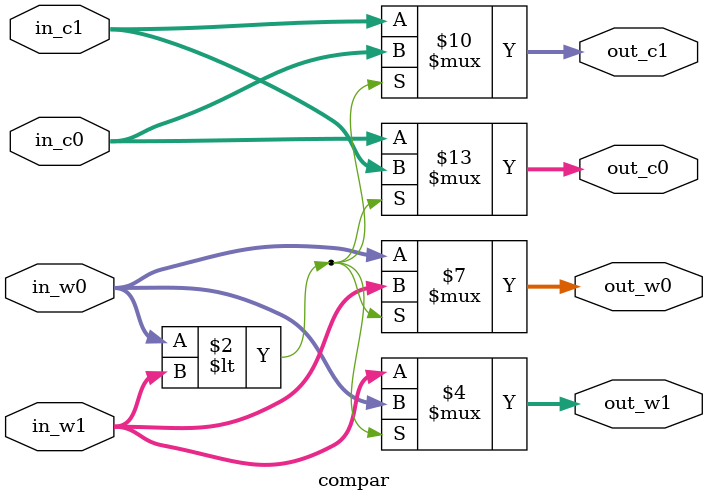
<source format=v>
module SORT_IP #(parameter IP_WIDTH = 8) (
    // Input signals
    IN_character, IN_weight,
    // Output signals
    OUT_character
);

// ===============================================================
// Input & Output
// ===============================================================
input [IP_WIDTH*4-1:0]  IN_character;
input [IP_WIDTH*5-1:0]  IN_weight;

output [IP_WIDTH*4-1:0] OUT_character;

// ===============================================================
// Design
// ===============================================================
// bubble sort

genvar i;
generate

    if(IP_WIDTH == 3) begin //bubble
        wire [3:0] tmp_0_c0, tmp_0_c1, tmp_1_c0, tmp_1_c1, tmp_3_c0, tmp_3_c1;
        wire [4:0] tmp_0_w0, tmp_0_w1, tmp_1_w0, tmp_1_w1, tmp_3_w0, tmp_3_w1;
        //1
        compar compar_0 (.in_c0(IN_character[11:8]), .in_c1(IN_character[7:4]), .in_w0(IN_weight[14:10]), .in_w1(IN_weight[9:5]), 
                         .out_c0(tmp_0_c0), .out_c1(tmp_0_c1), .out_w0(tmp_0_w0), .out_w1(tmp_0_w1));

        compar compar_1 (.in_c0(tmp_0_c1), .in_c1(IN_character[3:0]), .in_w0(tmp_0_w1), .in_w1(IN_weight[4:0]), 
                         .out_c0(tmp_1_c0), .out_c1(tmp_1_c1), .out_w0(tmp_1_w0), .out_w1(tmp_1_w1));

        compar compar_2 (.in_c0(tmp_0_c0), .in_c1(tmp_1_c0), .in_w0(tmp_0_w0), .in_w1(tmp_1_w0), 
                         .out_c0(tmp_3_c0), .out_c1(tmp_3_c1), .out_w0(tmp_3_w0), .out_w1(tmp_3_w1));

        assign OUT_character = {tmp_3_c0, tmp_3_c1, tmp_1_c1};
    end

    if(IP_WIDTH == 4) begin
        wire [3:0] tmp_0_c0, tmp_0_c1, tmp_1_c0, tmp_1_c1, tmp_2_c0, tmp_2_c1;
        wire [4:0] tmp_0_w0, tmp_0_w1, tmp_1_w0, tmp_1_w1, tmp_2_w0, tmp_2_w1;

        wire [3:0] tmp_3_c0, tmp_3_c1, tmp_4_c0, tmp_4_c1, tmp_5_c0, tmp_5_c1;
        wire [4:0] tmp_3_w0, tmp_3_w1, tmp_4_w0, tmp_4_w1, tmp_5_w0, tmp_5_w1;
        //1
        compar compar_0 (.in_c0(IN_character[15:12]), .in_c1(IN_character[11:8]), .in_w0(IN_weight[19:15]), .in_w1(IN_weight[14:10]), 
                         .out_c0(tmp_0_c0), .out_c1(tmp_0_c1), .out_w0(tmp_0_w0), .out_w1(tmp_0_w1));
        compar compar_1 (.in_c0(tmp_0_c1), .in_c1(IN_character[7:4]), .in_w0(tmp_0_w1), .in_w1(IN_weight[9:5]), 
                         .out_c0(tmp_1_c0), .out_c1(tmp_1_c1), .out_w0(tmp_1_w0), .out_w1(tmp_1_w1));
        compar compar_2 (.in_c0(tmp_1_c1), .in_c1(IN_character[3:0]), .in_w0(tmp_1_w1), .in_w1(IN_weight[4:0]), 
                         .out_c0(tmp_2_c0), .out_c1(tmp_2_c1), .out_w0(tmp_2_w0), .out_w1(tmp_2_w1));

        compar compar_3 (.in_c0(tmp_0_c0), .in_c1(tmp_1_c0), .in_w0(tmp_0_w0), .in_w1(tmp_1_w0), 
                         .out_c0(tmp_3_c0), .out_c1(tmp_3_c1), .out_w0(tmp_3_w0), .out_w1(tmp_3_w1));
        compar compar_4 (.in_c0(tmp_3_c1), .in_c1(tmp_2_c0), .in_w0(tmp_3_w1), .in_w1(tmp_2_w0), 
                         .out_c0(tmp_4_c0), .out_c1(tmp_4_c1), .out_w0(tmp_4_w0), .out_w1(tmp_4_w1));

        compar compar_5 (.in_c0(tmp_3_c0), .in_c1(tmp_4_c0), .in_w0(tmp_3_w0), .in_w1(tmp_4_w0), 
                         .out_c0(tmp_5_c0), .out_c1(tmp_5_c1), .out_w0(tmp_5_w0), .out_w1(tmp_5_w1));

        assign OUT_character = {tmp_5_c0, tmp_5_c1, tmp_4_c1, tmp_2_c1};
    end

    if(IP_WIDTH == 5) begin //bubble
        wire [3:0] tmp_0_c0, tmp_0_c1, tmp_1_c0, tmp_1_c1, tmp_2_c0, tmp_2_c1, tmp_3_c0, tmp_3_c1;
        wire [4:0] tmp_0_w0, tmp_0_w1, tmp_1_w0, tmp_1_w1, tmp_2_w0, tmp_2_w1, tmp_3_w0, tmp_3_w1;

        wire [3:0] tmp_4_c0, tmp_4_c1, tmp_5_c0, tmp_5_c1, tmp_6_c0, tmp_6_c1;
        wire [4:0] tmp_4_w0, tmp_4_w1, tmp_5_w0, tmp_5_w1, tmp_6_w0, tmp_6_w1;

        wire [3:0] tmp_7_c0, tmp_7_c1, tmp_8_c0, tmp_8_c1, tmp_9_c0, tmp_9_c1;
        wire [4:0] tmp_7_w0, tmp_7_w1, tmp_8_w0, tmp_8_w1, tmp_9_w0, tmp_9_w1;

        compar compar_0 (.in_c0(IN_character[19:16]), .in_c1(IN_character[15:12]), .in_w0(IN_weight[24:20]), .in_w1(IN_weight[19:15]), 
                         .out_c0(tmp_0_c0), .out_c1(tmp_0_c1), .out_w0(tmp_0_w0), .out_w1(tmp_0_w1));
        compar compar_1 (.in_c0(tmp_0_c1), .in_c1(IN_character[11:8]), .in_w0(tmp_0_w1), .in_w1(IN_weight[14:10]), 
                         .out_c0(tmp_1_c0), .out_c1(tmp_1_c1), .out_w0(tmp_1_w0), .out_w1(tmp_1_w1));
        compar compar_2 (.in_c0(tmp_1_c1), .in_c1(IN_character[7:4]), .in_w0(tmp_1_w1), .in_w1(IN_weight[9:5]), 
                         .out_c0(tmp_2_c0), .out_c1(tmp_2_c1), .out_w0(tmp_2_w0), .out_w1(tmp_2_w1));
        compar compar_3 (.in_c0(tmp_2_c1), .in_c1(IN_character[3:0]), .in_w0(tmp_2_w1), .in_w1(IN_weight[4:0]), 
                         .out_c0(tmp_3_c0), .out_c1(tmp_3_c1), .out_w0(tmp_3_w0), .out_w1(tmp_3_w1));

        compar compar_4 (.in_c0(tmp_0_c0), .in_c1(tmp_1_c0), .in_w0(tmp_0_w0), .in_w1(tmp_1_w0), 
                         .out_c0(tmp_4_c0), .out_c1(tmp_4_c1), .out_w0(tmp_4_w0), .out_w1(tmp_4_w1));
        compar compar_5 (.in_c0(tmp_4_c1), .in_c1(tmp_2_c0), .in_w0(tmp_4_w1), .in_w1(tmp_2_w0), 
                         .out_c0(tmp_5_c0), .out_c1(tmp_5_c1), .out_w0(tmp_5_w0), .out_w1(tmp_5_w1));
        compar compar_6 (.in_c0(tmp_5_c1), .in_c1(tmp_3_c0), .in_w0(tmp_5_w1), .in_w1(tmp_3_w0), 
                         .out_c0(tmp_6_c0), .out_c1(tmp_6_c1), .out_w0(tmp_6_w0), .out_w1(tmp_6_w1));

        compar compar_7 (.in_c0(tmp_4_c0), .in_c1(tmp_5_c0), .in_w0(tmp_4_w0), .in_w1(tmp_5_w0), 
                         .out_c0(tmp_7_c0), .out_c1(tmp_7_c1), .out_w0(tmp_7_w0), .out_w1(tmp_7_w1));
        compar compar_8 (.in_c0(tmp_7_c1), .in_c1(tmp_6_c0), .in_w0(tmp_7_w1), .in_w1(tmp_6_w0), 
                         .out_c0(tmp_8_c0), .out_c1(tmp_8_c1), .out_w0(tmp_8_w0), .out_w1(tmp_8_w1));

        compar compar_9 (.in_c0(tmp_7_c0), .in_c1(tmp_8_c0), .in_w0(tmp_7_w0), .in_w1(tmp_8_w0), 
                         .out_c0(tmp_9_c0), .out_c1(tmp_9_c1), .out_w0(tmp_9_w0), .out_w1(tmp_9_w1));

        assign OUT_character = {tmp_9_c0, tmp_9_c1, tmp_8_c1, tmp_6_c1, tmp_3_c1};
    end

    if(IP_WIDTH == 6) begin //bubble
        wire [3:0] tmp_0_c0, tmp_0_c1, tmp_1_c0, tmp_1_c1, tmp_2_c0, tmp_2_c1, tmp_3_c0, tmp_3_c1, tmp_4_c0, tmp_4_c1;
        wire [4:0] tmp_0_w0, tmp_0_w1, tmp_1_w0, tmp_1_w1, tmp_2_w0, tmp_2_w1, tmp_3_w0, tmp_3_w1, tmp_4_w0, tmp_4_w1;

        wire [3:0] tmp_5_c0, tmp_5_c1, tmp_6_c0, tmp_6_c1, tmp_7_c0, tmp_7_c1, tmp_8_c0, tmp_8_c1;
        wire [4:0] tmp_5_w0, tmp_5_w1, tmp_6_w0, tmp_6_w1, tmp_7_w0, tmp_7_w1, tmp_8_w0, tmp_8_w1;

        wire [3:0] tmp_9_c0, tmp_9_c1, tmp_10_c0, tmp_10_c1, tmp_11_c0, tmp_11_c1;
        wire [4:0] tmp_9_w0, tmp_9_w1, tmp_10_w0, tmp_10_w1, tmp_11_w0, tmp_11_w1;
        wire [3:0] tmp_12_c0, tmp_12_c1, tmp_13_c0, tmp_13_c1, tmp_14_c0, tmp_14_c1;
        wire [4:0] tmp_12_w0, tmp_12_w1, tmp_13_w0, tmp_13_w1, tmp_14_w0, tmp_14_w1;

        compar compar_0 (.in_c0(IN_character[23:20]), .in_c1(IN_character[19:16]), .in_w0(IN_weight[29:25]), .in_w1(IN_weight[24:20]), 
                         .out_c0(tmp_0_c0), .out_c1(tmp_0_c1), .out_w0(tmp_0_w0), .out_w1(tmp_0_w1));
        compar compar_1 (.in_c0(tmp_0_c1), .in_c1(IN_character[15:12]), .in_w0(tmp_0_w1), .in_w1(IN_weight[19:15]), 
                         .out_c0(tmp_1_c0), .out_c1(tmp_1_c1), .out_w0(tmp_1_w0), .out_w1(tmp_1_w1));
        compar compar_2 (.in_c0(tmp_1_c1), .in_c1(IN_character[11:8]), .in_w0(tmp_1_w1), .in_w1(IN_weight[14:10]), 
                         .out_c0(tmp_2_c0), .out_c1(tmp_2_c1), .out_w0(tmp_2_w0), .out_w1(tmp_2_w1));
        compar compar_3 (.in_c0(tmp_2_c1), .in_c1(IN_character[7:4]), .in_w0(tmp_2_w1), .in_w1(IN_weight[9:5]), 
                         .out_c0(tmp_3_c0), .out_c1(tmp_3_c1), .out_w0(tmp_3_w0), .out_w1(tmp_3_w1));
        compar compar_4 (.in_c0(tmp_3_c1), .in_c1(IN_character[3:0]), .in_w0(tmp_3_w1), .in_w1(IN_weight[4:0]), 
                         .out_c0(tmp_4_c0), .out_c1(tmp_4_c1), .out_w0(tmp_4_w0), .out_w1(tmp_4_w1));

        compar compar_5 (.in_c0(tmp_0_c0), .in_c1(tmp_1_c0), .in_w0(tmp_0_w0), .in_w1(tmp_1_w0), 
                         .out_c0(tmp_5_c0), .out_c1(tmp_5_c1), .out_w0(tmp_5_w0), .out_w1(tmp_5_w1));
        compar compar_6 (.in_c0(tmp_5_c1), .in_c1(tmp_2_c0), .in_w0(tmp_5_w1), .in_w1(tmp_2_w0), 
                         .out_c0(tmp_6_c0), .out_c1(tmp_6_c1), .out_w0(tmp_6_w0), .out_w1(tmp_6_w1));
        compar compar_7 (.in_c0(tmp_6_c1), .in_c1(tmp_3_c0), .in_w0(tmp_6_w1), .in_w1(tmp_3_w0), 
                         .out_c0(tmp_7_c0), .out_c1(tmp_7_c1), .out_w0(tmp_7_w0), .out_w1(tmp_7_w1));
        compar compar_8 (.in_c0(tmp_7_c1), .in_c1(tmp_4_c0), .in_w0(tmp_7_w1), .in_w1(tmp_4_w0), 
                         .out_c0(tmp_8_c0), .out_c1(tmp_8_c1), .out_w0(tmp_8_w0), .out_w1(tmp_8_w1));

        compar compar_9 (.in_c0(tmp_5_c0), .in_c1(tmp_6_c0), .in_w0(tmp_5_w0), .in_w1(tmp_6_w0), 
                         .out_c0(tmp_9_c0), .out_c1(tmp_9_c1), .out_w0(tmp_9_w0), .out_w1(tmp_9_w1));
        compar compar_10 (.in_c0(tmp_9_c1), .in_c1(tmp_7_c0), .in_w0(tmp_9_w1), .in_w1(tmp_7_w0), 
                          .out_c0(tmp_10_c0), .out_c1(tmp_10_c1), .out_w0(tmp_10_w0), .out_w1(tmp_10_w1));
        compar compar_11 (.in_c0(tmp_10_c1), .in_c1(tmp_8_c0), .in_w0(tmp_10_w1), .in_w1(tmp_8_w0), 
                          .out_c0(tmp_11_c0), .out_c1(tmp_11_c1), .out_w0(tmp_11_w0), .out_w1(tmp_11_w1));

        compar compar_12 (.in_c0(tmp_9_c0), .in_c1(tmp_10_c0), .in_w0(tmp_9_w0), .in_w1(tmp_10_w0), 
                          .out_c0(tmp_12_c0), .out_c1(tmp_12_c1), .out_w0(tmp_12_w0), .out_w1(tmp_12_w1));
        compar compar_13 (.in_c0(tmp_12_c1), .in_c1(tmp_11_c0), .in_w0(tmp_12_w1), .in_w1(tmp_11_w0), 
                          .out_c0(tmp_13_c0), .out_c1(tmp_13_c1), .out_w0(tmp_13_w0), .out_w1(tmp_13_w1));

        compar compar_14 (.in_c0(tmp_12_c0), .in_c1(tmp_13_c0), .in_w0(tmp_12_w0), .in_w1(tmp_13_w0), 
                          .out_c0(tmp_14_c0), .out_c1(tmp_14_c1), .out_w0(tmp_14_w0), .out_w1(tmp_14_w1));
        
        assign OUT_character = {tmp_14_c0, tmp_14_c1, tmp_13_c1, tmp_11_c1, tmp_8_c1, tmp_4_c1};
    end

    if(IP_WIDTH == 7) begin //bubble
        wire [3:0] tmp_0_c0, tmp_0_c1, tmp_1_c0, tmp_1_c1, tmp_2_c0, tmp_2_c1, tmp_3_c0, tmp_3_c1, tmp_4_c0, tmp_4_c1, tmp_5_c0, tmp_5_c1;
        wire [4:0] tmp_0_w0, tmp_0_w1, tmp_1_w0, tmp_1_w1, tmp_2_w0, tmp_2_w1, tmp_3_w0, tmp_3_w1, tmp_4_w0, tmp_4_w1, tmp_5_w0, tmp_5_w1;

        wire [3:0] tmp_6_c0, tmp_6_c1, tmp_7_c0, tmp_7_c1, tmp_8_c0, tmp_8_c1, tmp_9_c0, tmp_9_c1, tmp_10_c0, tmp_10_c1;
        wire [4:0] tmp_6_w0, tmp_6_w1, tmp_7_w0, tmp_7_w1, tmp_8_w0, tmp_8_w1, tmp_9_w0, tmp_9_w1, tmp_10_w0, tmp_10_w1;

        wire [3:0] tmp_11_c0, tmp_11_c1, tmp_12_c0, tmp_12_c1, tmp_13_c0, tmp_13_c1, tmp_14_c0, tmp_14_c1;
        wire [4:0] tmp_11_w0, tmp_11_w1, tmp_12_w0, tmp_12_w1, tmp_13_w0, tmp_13_w1, tmp_14_w0, tmp_14_w1;
        wire [3:0] tmp_15_c0, tmp_15_c1, tmp_16_c0, tmp_16_c1, tmp_17_c0, tmp_17_c1;
        wire [4:0] tmp_15_w0, tmp_15_w1, tmp_16_w0, tmp_16_w1, tmp_17_w0, tmp_17_w1;
        wire [3:0] tmp_18_c0, tmp_18_c1, tmp_19_c0, tmp_19_c1, tmp_20_c0, tmp_20_c1;
        wire [4:0] tmp_18_w0, tmp_18_w1, tmp_19_w0, tmp_19_w1, tmp_20_w0, tmp_20_w1;

        compar compar_0 (.in_c0(IN_character[27:24]), .in_c1(IN_character[23:20]), .in_w0(IN_weight[34:30]), .in_w1(IN_weight[29:25]), 
                         .out_c0(tmp_0_c0), .out_c1(tmp_0_c1), .out_w0(tmp_0_w0), .out_w1(tmp_0_w1));

        compar compar_1 (.in_c0(tmp_0_c1), .in_c1(IN_character[19:16]), .in_w0(tmp_0_w1), .in_w1(IN_weight[24:20]), 
                         .out_c0(tmp_1_c0), .out_c1(tmp_1_c1), .out_w0(tmp_1_w0), .out_w1(tmp_1_w1));
        compar compar_2 (.in_c0(tmp_1_c1), .in_c1(IN_character[15:12]), .in_w0(tmp_1_w1), .in_w1(IN_weight[19:15]), 
                         .out_c0(tmp_2_c0), .out_c1(tmp_2_c1), .out_w0(tmp_2_w0), .out_w1(tmp_2_w1));
        compar compar_3 (.in_c0(tmp_2_c1), .in_c1(IN_character[11:8]), .in_w0(tmp_2_w1), .in_w1(IN_weight[14:10]), 
                         .out_c0(tmp_3_c0), .out_c1(tmp_3_c1), .out_w0(tmp_3_w0), .out_w1(tmp_3_w1));
        compar compar_4 (.in_c0(tmp_3_c1), .in_c1(IN_character[7:4]), .in_w0(tmp_3_w1), .in_w1(IN_weight[9:5]), 
                         .out_c0(tmp_4_c0), .out_c1(tmp_4_c1), .out_w0(tmp_4_w0), .out_w1(tmp_4_w1));
        compar compar_5 (.in_c0(tmp_4_c1), .in_c1(IN_character[3:0]), .in_w0(tmp_4_w1), .in_w1(IN_weight[4:0]), 
                         .out_c0(tmp_5_c0), .out_c1(tmp_5_c1), .out_w0(tmp_5_w0), .out_w1(tmp_5_w1));

        compar compar_6 (.in_c0(tmp_0_c0), .in_c1(tmp_1_c0), .in_w0(tmp_0_w0), .in_w1(tmp_1_w0), 
                         .out_c0(tmp_6_c0), .out_c1(tmp_6_c1), .out_w0(tmp_6_w0), .out_w1(tmp_6_w1));
        compar compar_7 (.in_c0(tmp_6_c1), .in_c1(tmp_2_c0), .in_w0(tmp_6_w1), .in_w1(tmp_2_w0), 
                         .out_c0(tmp_7_c0), .out_c1(tmp_7_c1), .out_w0(tmp_7_w0), .out_w1(tmp_7_w1));
        compar compar_8 (.in_c0(tmp_7_c1), .in_c1(tmp_3_c0), .in_w0(tmp_7_w1), .in_w1(tmp_3_w0), 
                         .out_c0(tmp_8_c0), .out_c1(tmp_8_c1), .out_w0(tmp_8_w0), .out_w1(tmp_8_w1));
        compar compar_9 (.in_c0(tmp_8_c1), .in_c1(tmp_4_c0), .in_w0(tmp_8_w1), .in_w1(tmp_4_w0), 
                         .out_c0(tmp_9_c0), .out_c1(tmp_9_c1), .out_w0(tmp_9_w0), .out_w1(tmp_9_w1));
        compar compar_10 (.in_c0(tmp_9_c1), .in_c1(tmp_5_c0), .in_w0(tmp_9_w1), .in_w1(tmp_5_w0), 
                         .out_c0(tmp_10_c0), .out_c1(tmp_10_c1), .out_w0(tmp_10_w0), .out_w1(tmp_10_w1));

        compar compar_11 (.in_c0(tmp_6_c0), .in_c1(tmp_7_c0), .in_w0(tmp_6_w0), .in_w1(tmp_7_w0), 
                         .out_c0(tmp_11_c0), .out_c1(tmp_11_c1), .out_w0(tmp_11_w0), .out_w1(tmp_11_w1));
        compar compar_12 (.in_c0(tmp_11_c1), .in_c1(tmp_8_c0), .in_w0(tmp_11_w1), .in_w1(tmp_8_w0), 
                         .out_c0(tmp_12_c0), .out_c1(tmp_12_c1), .out_w0(tmp_12_w0), .out_w1(tmp_12_w1));
        compar compar_13 (.in_c0(tmp_12_c1), .in_c1(tmp_9_c0), .in_w0(tmp_12_w1), .in_w1(tmp_9_w0), 
                         .out_c0(tmp_13_c0), .out_c1(tmp_13_c1), .out_w0(tmp_13_w0), .out_w1(tmp_13_w1));
        compar compar_14 (.in_c0(tmp_13_c1), .in_c1(tmp_10_c0), .in_w0(tmp_13_w1), .in_w1(tmp_10_w0), 
                         .out_c0(tmp_14_c0), .out_c1(tmp_14_c1), .out_w0(tmp_14_w0), .out_w1(tmp_14_w1));

        compar compar_15 (.in_c0(tmp_11_c0), .in_c1(tmp_12_c0), .in_w0(tmp_11_w0), .in_w1(tmp_12_w0), 
                         .out_c0(tmp_15_c0), .out_c1(tmp_15_c1), .out_w0(tmp_15_w0), .out_w1(tmp_15_w1));
        compar compar_16 (.in_c0(tmp_15_c1), .in_c1(tmp_13_c0), .in_w0(tmp_15_w1), .in_w1(tmp_13_w0), 
                         .out_c0(tmp_16_c0), .out_c1(tmp_16_c1), .out_w0(tmp_16_w0), .out_w1(tmp_16_w1));
        compar compar_17 (.in_c0(tmp_16_c1), .in_c1(tmp_14_c0), .in_w0(tmp_16_w1), .in_w1(tmp_14_w0), 
                         .out_c0(tmp_17_c0), .out_c1(tmp_17_c1), .out_w0(tmp_17_w0), .out_w1(tmp_17_w1));

        compar compar_18 (.in_c0(tmp_15_c0), .in_c1(tmp_16_c0), .in_w0(tmp_15_w0), .in_w1(tmp_16_w0), 
                         .out_c0(tmp_18_c0), .out_c1(tmp_18_c1), .out_w0(tmp_18_w0), .out_w1(tmp_18_w1));
        compar compar_19 (.in_c0(tmp_18_c1), .in_c1(tmp_17_c0), .in_w0(tmp_18_w1), .in_w1(tmp_17_w0), 
                         .out_c0(tmp_19_c0), .out_c1(tmp_19_c1), .out_w0(tmp_19_w0), .out_w1(tmp_19_w1));

        compar compar_20 (.in_c0(tmp_18_c0), .in_c1(tmp_19_c0), .in_w0(tmp_18_w0), .in_w1(tmp_19_w0), 
                         .out_c0(tmp_20_c0), .out_c1(tmp_20_c1), .out_w0(tmp_20_w0), .out_w1(tmp_20_w1));

        assign OUT_character = {tmp_20_c0, tmp_20_c1, tmp_19_c1, tmp_17_c1, tmp_14_c1, tmp_10_c1, tmp_5_c1};
    end

    if(IP_WIDTH == 8) begin
        wire [3:0] tmp_0_c0, tmp_0_c1, tmp_1_c0, tmp_1_c1, tmp_2_c0, tmp_2_c1, tmp_3_c0, tmp_3_c1, tmp_4_c0, tmp_4_c1, tmp_5_c0, tmp_5_c1, tmp_6_c0, tmp_6_c1;
        wire [4:0] tmp_0_w0, tmp_0_w1, tmp_1_w0, tmp_1_w1, tmp_2_w0, tmp_2_w1, tmp_3_w0, tmp_3_w1, tmp_4_w0, tmp_4_w1, tmp_5_w0, tmp_5_w1, tmp_6_w0, tmp_6_w1;

        wire [3:0] tmp_7_c0, tmp_7_c1, tmp_8_c0, tmp_8_c1, tmp_9_c0, tmp_9_c1, tmp_10_c0, tmp_10_c1, tmp_11_c0, tmp_11_c1, tmp_12_c0, tmp_12_c1;
        wire [4:0] tmp_7_w0, tmp_7_w1, tmp_8_w0, tmp_8_w1, tmp_9_w0, tmp_9_w1, tmp_10_w0, tmp_10_w1, tmp_11_w0, tmp_11_w1, tmp_12_w0, tmp_12_w1;

        wire [3:0] tmp_13_c0, tmp_13_c1, tmp_14_c0, tmp_14_c1, tmp_15_c0, tmp_15_c1, tmp_16_c0, tmp_16_c1, tmp_17_c0, tmp_17_c1;
        wire [4:0] tmp_13_w0, tmp_13_w1, tmp_14_w0, tmp_14_w1, tmp_15_w0, tmp_15_w1, tmp_16_w0, tmp_16_w1, tmp_17_w0, tmp_17_w1;

        wire [3:0] tmp_18_c0, tmp_18_c1, tmp_19_c0, tmp_19_c1, tmp_20_c0, tmp_20_c1, tmp_21_c0, tmp_21_c1;
        wire [4:0] tmp_18_w0, tmp_18_w1, tmp_19_w0, tmp_19_w1, tmp_20_w0, tmp_20_w1, tmp_21_w0, tmp_21_w1;

        wire [3:0] tmp_22_c0, tmp_22_c1, tmp_23_c0, tmp_23_c1, tmp_24_c0, tmp_24_c1, tmp_25_c0, tmp_25_c1, tmp_26_c0, tmp_26_c1, tmp_27_c0, tmp_27_c1;
        wire [4:0] tmp_22_w0, tmp_22_w1, tmp_23_w0, tmp_23_w1, tmp_24_w0, tmp_24_w1, tmp_25_w0, tmp_25_w1, tmp_26_w0, tmp_26_w1, tmp_27_w0, tmp_27_w1;

        compar compar_0 (.in_c0(IN_character[31:28]), .in_c1(IN_character[27:24]), .in_w0(IN_weight[39:35]), .in_w1(IN_weight[34:30]), 
                        .out_c0(tmp_0_c0), .out_c1(tmp_0_c1), .out_w0(tmp_0_w0), .out_w1(tmp_0_w1));
        compar compar_1 (.in_c0(tmp_0_c1), .in_c1(IN_character[23:20]), .in_w0(tmp_0_w1), .in_w1(IN_weight[29:25]), 
                        .out_c0(tmp_1_c0), .out_c1(tmp_1_c1), .out_w0(tmp_1_w0), .out_w1(tmp_1_w1));
        compar compar_2 (.in_c0(tmp_1_c1), .in_c1(IN_character[19:16]), .in_w0(tmp_1_w1), .in_w1(IN_weight[24:20]), 
                        .out_c0(tmp_2_c0), .out_c1(tmp_2_c1), .out_w0(tmp_2_w0), .out_w1(tmp_2_w1));
        compar compar_3 (.in_c0(tmp_2_c1), .in_c1(IN_character[15:12]), .in_w0(tmp_2_w1), .in_w1(IN_weight[19:15]), 
                        .out_c0(tmp_3_c0), .out_c1(tmp_3_c1), .out_w0(tmp_3_w0), .out_w1(tmp_3_w1));
        compar compar_4 (.in_c0(tmp_3_c1), .in_c1(IN_character[11:8]), .in_w0(tmp_3_w1), .in_w1(IN_weight[14:10]), 
                        .out_c0(tmp_4_c0), .out_c1(tmp_4_c1), .out_w0(tmp_4_w0), .out_w1(tmp_4_w1));
        compar compar_5 (.in_c0(tmp_4_c1), .in_c1(IN_character[7:4]), .in_w0(tmp_4_w1), .in_w1(IN_weight[9:5]), 
                        .out_c0(tmp_5_c0), .out_c1(tmp_5_c1), .out_w0(tmp_5_w0), .out_w1(tmp_5_w1));
        compar compar_6 (.in_c0(tmp_5_c1), .in_c1(IN_character[3:0]), .in_w0(tmp_5_w1), .in_w1(IN_weight[4:0]), 
                        .out_c0(tmp_6_c0), .out_c1(tmp_6_c1), .out_w0(tmp_6_w0), .out_w1(tmp_6_w1));

        compar compar_7 (.in_c0(tmp_0_c0), .in_c1(tmp_1_c0), .in_w0(tmp_0_w0), .in_w1(tmp_1_w0), 
                        .out_c0(tmp_7_c0), .out_c1(tmp_7_c1), .out_w0(tmp_7_w0), .out_w1(tmp_7_w1));
        compar compar_8 (.in_c0(tmp_7_c1), .in_c1(tmp_2_c0), .in_w0(tmp_7_w1), .in_w1(tmp_2_w0), 
                        .out_c0(tmp_8_c0), .out_c1(tmp_8_c1), .out_w0(tmp_8_w0), .out_w1(tmp_8_w1));
        compar compar_9 (.in_c0(tmp_8_c1), .in_c1(tmp_3_c0), .in_w0(tmp_8_w1), .in_w1(tmp_3_w0), 
                        .out_c0(tmp_9_c0), .out_c1(tmp_9_c1), .out_w0(tmp_9_w0), .out_w1(tmp_9_w1));
        compar compar_10 (.in_c0(tmp_9_c1), .in_c1(tmp_4_c0), .in_w0(tmp_9_w1), .in_w1(tmp_4_w0), 
                        .out_c0(tmp_10_c0), .out_c1(tmp_10_c1), .out_w0(tmp_10_w0), .out_w1(tmp_10_w1));
        compar compar_11 (.in_c0(tmp_10_c1), .in_c1(tmp_5_c0), .in_w0(tmp_10_w1), .in_w1(tmp_5_w0), 
                        .out_c0(tmp_11_c0), .out_c1(tmp_11_c1), .out_w0(tmp_11_w0), .out_w1(tmp_11_w1));
        compar compar_12 (.in_c0(tmp_11_c1), .in_c1(tmp_6_c0), .in_w0(tmp_11_w1), .in_w1(tmp_6_w0), 
                        .out_c0(tmp_12_c0), .out_c1(tmp_12_c1), .out_w0(tmp_12_w0), .out_w1(tmp_12_w1));

        compar compar_13 (.in_c0(tmp_7_c0), .in_c1(tmp_8_c0), .in_w0(tmp_7_w0), .in_w1(tmp_8_w0), 
                        .out_c0(tmp_13_c0), .out_c1(tmp_13_c1), .out_w0(tmp_13_w0), .out_w1(tmp_13_w1));
        compar compar_14 (.in_c0(tmp_13_c1), .in_c1(tmp_9_c0), .in_w0(tmp_13_w1), .in_w1(tmp_9_w0), 
                        .out_c0(tmp_14_c0), .out_c1(tmp_14_c1), .out_w0(tmp_14_w0), .out_w1(tmp_14_w1));
        compar compar_15 (.in_c0(tmp_14_c1), .in_c1(tmp_10_c0), .in_w0(tmp_14_w1), .in_w1(tmp_10_w0), 
                        .out_c0(tmp_15_c0), .out_c1(tmp_15_c1), .out_w0(tmp_15_w0), .out_w1(tmp_15_w1));
        compar compar_16 (.in_c0(tmp_15_c1), .in_c1(tmp_11_c0), .in_w0(tmp_15_w1), .in_w1(tmp_11_w0), 
                        .out_c0(tmp_16_c0), .out_c1(tmp_16_c1), .out_w0(tmp_16_w0), .out_w1(tmp_16_w1));
        compar compar_17 (.in_c0(tmp_16_c1), .in_c1(tmp_12_c0), .in_w0(tmp_16_w1), .in_w1(tmp_12_w0), 
                        .out_c0(tmp_17_c0), .out_c1(tmp_17_c1), .out_w0(tmp_17_w0), .out_w1(tmp_17_w1));

        compar compar_18 (.in_c0(tmp_13_c0), .in_c1(tmp_14_c0), .in_w0(tmp_13_w0), .in_w1(tmp_14_w0), 
                        .out_c0(tmp_18_c0), .out_c1(tmp_18_c1), .out_w0(tmp_18_w0), .out_w1(tmp_18_w1));
        compar compar_19 (.in_c0(tmp_18_c1), .in_c1(tmp_15_c0), .in_w0(tmp_18_w1), .in_w1(tmp_15_w0), 
                        .out_c0(tmp_19_c0), .out_c1(tmp_19_c1), .out_w0(tmp_19_w0), .out_w1(tmp_19_w1));
        compar compar_20 (.in_c0(tmp_19_c1), .in_c1(tmp_16_c0), .in_w0(tmp_19_w1), .in_w1(tmp_16_w0), 
                        .out_c0(tmp_20_c0), .out_c1(tmp_20_c1), .out_w0(tmp_20_w0), .out_w1(tmp_20_w1));
        compar compar_21 (.in_c0(tmp_20_c1), .in_c1(tmp_17_c0), .in_w0(tmp_20_w1), .in_w1(tmp_17_w0), 
                        .out_c0(tmp_21_c0), .out_c1(tmp_21_c1), .out_w0(tmp_21_w0), .out_w1(tmp_21_w1));

        compar compar_22 (.in_c0(tmp_18_c0), .in_c1(tmp_19_c0), .in_w0(tmp_18_w0), .in_w1(tmp_19_w0), 
                        .out_c0(tmp_22_c0), .out_c1(tmp_22_c1), .out_w0(tmp_22_w0), .out_w1(tmp_22_w1));
        compar compar_23 (.in_c0(tmp_22_c1), .in_c1(tmp_20_c0), .in_w0(tmp_22_w1), .in_w1(tmp_20_w0), 
                        .out_c0(tmp_23_c0), .out_c1(tmp_23_c1), .out_w0(tmp_23_w0), .out_w1(tmp_23_w1));
        compar compar_24 (.in_c0(tmp_23_c1), .in_c1(tmp_21_c0), .in_w0(tmp_23_w1), .in_w1(tmp_21_w0), 
                        .out_c0(tmp_24_c0), .out_c1(tmp_24_c1), .out_w0(tmp_24_w0), .out_w1(tmp_24_w1));

        compar compar_25 (.in_c0(tmp_22_c0), .in_c1(tmp_23_c0), .in_w0(tmp_22_w0), .in_w1(tmp_23_w0), 
                        .out_c0(tmp_25_c0), .out_c1(tmp_25_c1), .out_w0(tmp_25_w0), .out_w1(tmp_25_w1));
        compar compar_26 (.in_c0(tmp_25_c1), .in_c1(tmp_24_c0), .in_w0(tmp_25_w1), .in_w1(tmp_24_w0), 
                        .out_c0(tmp_26_c0), .out_c1(tmp_26_c1), .out_w0(tmp_26_w0), .out_w1(tmp_26_w1));
        compar compar_27 (.in_c0(tmp_25_c0), .in_c1(tmp_26_c0), .in_w0(tmp_25_w0), .in_w1(tmp_26_w0), 
                         .out_c0(tmp_27_c0), .out_c1(tmp_27_c1), .out_w0(tmp_27_w0), .out_w1(tmp_27_w1));
                

        assign OUT_character = {tmp_27_c0, tmp_27_c1, tmp_26_c1, tmp_24_c1, tmp_21_c1, tmp_17_c1, tmp_12_c1, tmp_6_c1};

    end

endgenerate

endmodule

module compar(
    input [3:0] in_c0, in_c1,
    input [4:0] in_w0, in_w1,
    output reg [3:0] out_c0, out_c1,
    output reg [4:0] out_w0, out_w1
);

    always @(*) begin
        if(in_w0 < in_w1) begin
            out_c0 = in_c1;
            out_c1 = in_c0;
            out_w0 = in_w1;
            out_w1 = in_w0;
        end
        else begin
            out_c0 = in_c0;
            out_c1 = in_c1;
            out_w0 = in_w0;
            out_w1 = in_w1;
        end
    end
endmodule


</source>
